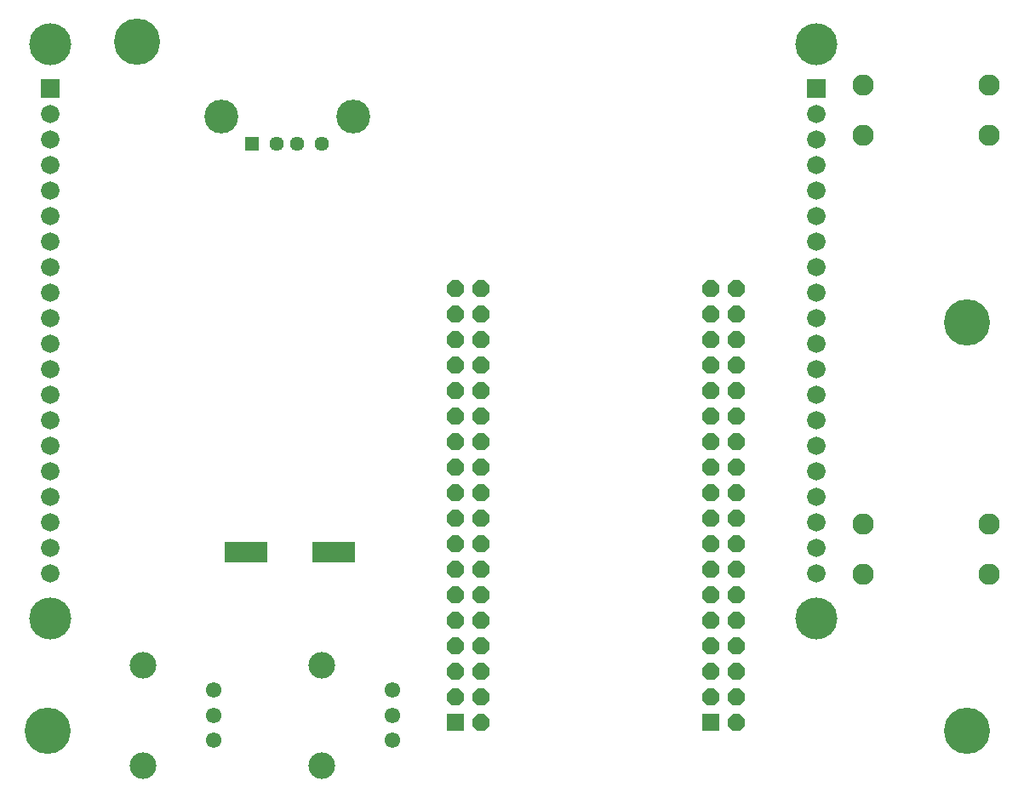
<source format=gbr>
G04 EAGLE Gerber RS-274X export*
G75*
%MOMM*%
%FSLAX34Y34*%
%LPD*%
%INSoldermask Bottom*%
%IPPOS*%
%AMOC8*
5,1,8,0,0,1.08239X$1,22.5*%
G01*
%ADD10R,1.676400X1.676400*%
%ADD11P,1.814519X8X112.500000*%
%ADD12C,1.552400*%
%ADD13C,2.652400*%
%ADD14C,2.112400*%
%ADD15R,1.828800X1.828800*%
%ADD16C,1.828800*%
%ADD17C,4.168400*%
%ADD18R,1.440400X1.440400*%
%ADD19C,1.440400*%
%ADD20C,3.372400*%
%ADD21C,4.597400*%
%ADD22R,4.252400X2.152400*%


D10*
X469640Y59100D03*
D11*
X495040Y59100D03*
X469640Y84500D03*
X495040Y84500D03*
X469640Y109900D03*
X495040Y109900D03*
X469640Y135300D03*
X495040Y135300D03*
X469640Y160700D03*
X495040Y160700D03*
X469640Y186100D03*
X495040Y186100D03*
X469640Y211500D03*
X495040Y211500D03*
X469640Y236900D03*
X495040Y236900D03*
X469640Y262300D03*
X495040Y262300D03*
X469640Y287700D03*
X495040Y287700D03*
X469640Y313100D03*
X495040Y313100D03*
X469640Y338500D03*
X495040Y338500D03*
X469640Y363900D03*
X495040Y363900D03*
X469640Y389300D03*
X495040Y389300D03*
X469640Y414700D03*
X495040Y414700D03*
X469640Y440100D03*
X495040Y440100D03*
X469640Y465500D03*
X495040Y465500D03*
X469640Y490900D03*
X495040Y490900D03*
D10*
X723640Y59100D03*
D11*
X749040Y59100D03*
X723640Y84500D03*
X749040Y84500D03*
X723640Y109900D03*
X749040Y109900D03*
X723640Y135300D03*
X749040Y135300D03*
X723640Y160700D03*
X749040Y160700D03*
X723640Y186100D03*
X749040Y186100D03*
X723640Y211500D03*
X749040Y211500D03*
X723640Y236900D03*
X749040Y236900D03*
X723640Y262300D03*
X749040Y262300D03*
X723640Y287700D03*
X749040Y287700D03*
X723640Y313100D03*
X749040Y313100D03*
X723640Y338500D03*
X749040Y338500D03*
X723640Y363900D03*
X749040Y363900D03*
X723640Y389300D03*
X749040Y389300D03*
X723640Y414700D03*
X749040Y414700D03*
X723640Y440100D03*
X749040Y440100D03*
X723640Y465500D03*
X749040Y465500D03*
X723640Y490900D03*
X749040Y490900D03*
D12*
X406400Y41040D03*
X406400Y66040D03*
X406400Y91040D03*
D13*
X336400Y16040D03*
X336400Y116040D03*
D14*
X999760Y693020D03*
X999760Y643020D03*
X874760Y643020D03*
X874760Y693020D03*
D15*
X828040Y689610D03*
D16*
X828040Y664210D03*
X828040Y638810D03*
X828040Y613410D03*
X828040Y588010D03*
X828040Y562610D03*
X828040Y537210D03*
X828040Y511810D03*
X828040Y486410D03*
X828040Y461010D03*
X828040Y435610D03*
X828040Y410210D03*
X828040Y384810D03*
X828040Y359410D03*
X828040Y334010D03*
X828040Y308610D03*
X828040Y283210D03*
X828040Y257810D03*
X828040Y232410D03*
X828040Y207010D03*
D15*
X66040Y689610D03*
D16*
X66040Y664210D03*
X66040Y638810D03*
X66040Y613410D03*
X66040Y588010D03*
X66040Y562610D03*
X66040Y537210D03*
X66040Y511810D03*
X66040Y486410D03*
X66040Y461010D03*
X66040Y435610D03*
X66040Y410210D03*
X66040Y384810D03*
X66040Y359410D03*
X66040Y334010D03*
X66040Y308610D03*
X66040Y283210D03*
X66040Y257810D03*
X66040Y232410D03*
X66040Y207010D03*
D17*
X66040Y734060D03*
X66040Y162560D03*
X828040Y734060D03*
X828040Y162560D03*
D12*
X228600Y41040D03*
X228600Y66040D03*
X228600Y91040D03*
D13*
X158600Y16040D03*
X158600Y116040D03*
D18*
X266700Y635000D03*
D19*
X291700Y635000D03*
X311700Y635000D03*
X336700Y635000D03*
D20*
X236000Y662100D03*
X367400Y662100D03*
D14*
X999760Y256140D03*
X999760Y206140D03*
X874760Y206140D03*
X874760Y256140D03*
D21*
X63500Y50800D03*
X977900Y50800D03*
X977900Y457200D03*
X152400Y736600D03*
D22*
X261300Y228600D03*
X348300Y228600D03*
M02*

</source>
